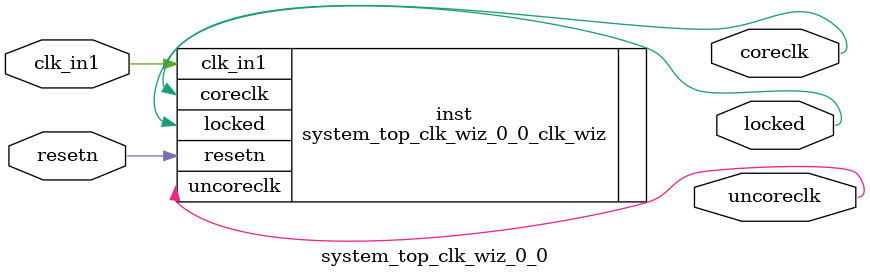
<source format=v>


`timescale 1ps/1ps

(* CORE_GENERATION_INFO = "system_top_clk_wiz_0_0,clk_wiz_v6_0_6_0_0,{component_name=system_top_clk_wiz_0_0,use_phase_alignment=true,use_min_o_jitter=false,use_max_i_jitter=false,use_dyn_phase_shift=false,use_inclk_switchover=false,use_dyn_reconfig=false,enable_axi=0,feedback_source=FDBK_AUTO,PRIMITIVE=MMCM,num_out_clk=2,clkin1_period=10.000,clkin2_period=10.000,use_power_down=false,use_reset=true,use_locked=true,use_inclk_stopped=false,feedback_type=SINGLE,CLOCK_MGR_TYPE=NA,manual_override=false}" *)

module system_top_clk_wiz_0_0 
 (
  // Clock out ports
  output        coreclk,
  output        uncoreclk,
  // Status and control signals
  input         resetn,
  output        locked,
 // Clock in ports
  input         clk_in1
 );

  system_top_clk_wiz_0_0_clk_wiz inst
  (
  // Clock out ports  
  .coreclk(coreclk),
  .uncoreclk(uncoreclk),
  // Status and control signals               
  .resetn(resetn), 
  .locked(locked),
 // Clock in ports
  .clk_in1(clk_in1)
  );

endmodule

</source>
